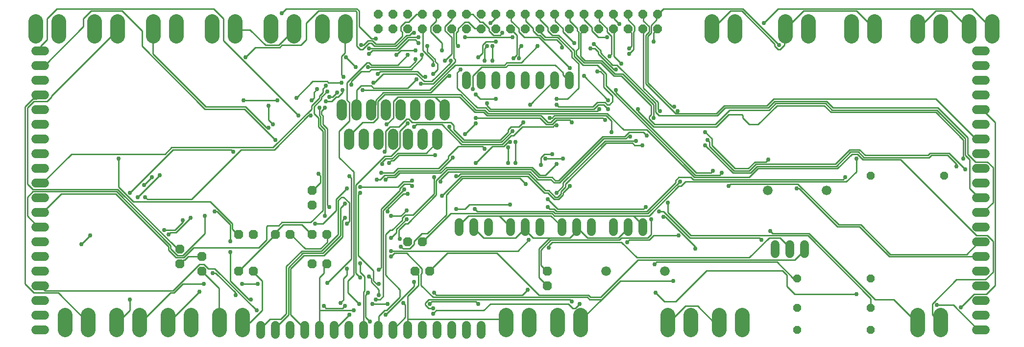
<source format=gbr>
G04 EAGLE Gerber X2 export*
%TF.Part,Single*%
%TF.FileFunction,Copper,L2,Bot,Mixed*%
%TF.FilePolarity,Positive*%
%TF.GenerationSoftware,Autodesk,EAGLE,8.7.0*%
%TF.CreationDate,2018-03-25T19:01:44Z*%
G75*
%MOMM*%
%FSLAX34Y34*%
%LPD*%
%AMOC8*
5,1,8,0,0,1.08239X$1,22.5*%
G01*
%ADD10P,1.732040X8X22.500000*%
%ADD11P,1.732040X8X112.500000*%
%ADD12P,1.732040X8X202.500000*%
%ADD13P,1.732040X8X292.500000*%
%ADD14C,1.676400*%
%ADD15C,2.514600*%
%ADD16C,1.524000*%
%ADD17P,1.632244X8X22.500000*%
%ADD18P,1.429621X8X22.500000*%
%ADD19C,1.800000*%
%ADD20C,0.228600*%
%ADD21C,0.756400*%


D10*
X406400Y190500D03*
X431800Y190500D03*
D11*
X215900Y127000D03*
X215900Y152400D03*
D10*
X406400Y139700D03*
X431800Y139700D03*
X342900Y190500D03*
X368300Y190500D03*
X279400Y190500D03*
X304800Y190500D03*
X279400Y127000D03*
X304800Y127000D03*
D12*
X596900Y177800D03*
X571500Y177800D03*
D13*
X177800Y165100D03*
X177800Y139700D03*
X812800Y127000D03*
X812800Y101600D03*
D12*
X609600Y127000D03*
X584200Y127000D03*
D14*
X1016000Y127000D03*
X914400Y127000D03*
X1295400Y266700D03*
X1193800Y266700D03*
D15*
X1339088Y533527D02*
X1339088Y558673D01*
X1378712Y558673D02*
X1378712Y533527D01*
X1150112Y50673D02*
X1150112Y25527D01*
X1110488Y25527D02*
X1110488Y50673D01*
D16*
X495300Y33020D02*
X495300Y17780D01*
X469900Y17780D02*
X469900Y33020D01*
X444500Y33020D02*
X444500Y17780D01*
X419100Y17780D02*
X419100Y33020D01*
X393700Y33020D02*
X393700Y17780D01*
X368300Y17780D02*
X368300Y33020D01*
X342900Y33020D02*
X342900Y17780D01*
X317500Y17780D02*
X317500Y33020D01*
X1554480Y25400D02*
X1569720Y25400D01*
X1569720Y50800D02*
X1554480Y50800D01*
X1554480Y76200D02*
X1569720Y76200D01*
X1569720Y101600D02*
X1554480Y101600D01*
X1554480Y127000D02*
X1569720Y127000D01*
X1569720Y152400D02*
X1554480Y152400D01*
X1554480Y177800D02*
X1569720Y177800D01*
X1569720Y203200D02*
X1554480Y203200D01*
X1554480Y228600D02*
X1569720Y228600D01*
X1569720Y254000D02*
X1554480Y254000D01*
X1554480Y279400D02*
X1569720Y279400D01*
X1569720Y304800D02*
X1554480Y304800D01*
X-55880Y25400D02*
X-71120Y25400D01*
X-71120Y50800D02*
X-55880Y50800D01*
X-55880Y76200D02*
X-71120Y76200D01*
X-71120Y101600D02*
X-55880Y101600D01*
X-55880Y127000D02*
X-71120Y127000D01*
X-71120Y152400D02*
X-55880Y152400D01*
X-55880Y177800D02*
X-71120Y177800D01*
X-71120Y203200D02*
X-55880Y203200D01*
X-55880Y228600D02*
X-71120Y228600D01*
X-71120Y254000D02*
X-55880Y254000D01*
X-55880Y279400D02*
X-71120Y279400D01*
X-71120Y304800D02*
X-55880Y304800D01*
X-55880Y508000D02*
X-71120Y508000D01*
X-71120Y482600D02*
X-55880Y482600D01*
X-55880Y457200D02*
X-71120Y457200D01*
X-71120Y431800D02*
X-55880Y431800D01*
X-55880Y406400D02*
X-71120Y406400D01*
X-71120Y381000D02*
X-55880Y381000D01*
X-55880Y355600D02*
X-71120Y355600D01*
X-71120Y330200D02*
X-55880Y330200D01*
X1554480Y330200D02*
X1569720Y330200D01*
X1569720Y355600D02*
X1554480Y355600D01*
X1554480Y381000D02*
X1569720Y381000D01*
X1569720Y406400D02*
X1554480Y406400D01*
X1554480Y431800D02*
X1569720Y431800D01*
X1569720Y457200D02*
X1554480Y457200D01*
X1554480Y482600D02*
X1569720Y482600D01*
X1569720Y508000D02*
X1554480Y508000D01*
D15*
X1061212Y50673D02*
X1061212Y25527D01*
X1021588Y25527D02*
X1021588Y50673D01*
D16*
X673100Y449580D02*
X673100Y464820D01*
X698500Y464820D02*
X698500Y449580D01*
X723900Y449580D02*
X723900Y464820D01*
X749300Y464820D02*
X749300Y449580D01*
X774700Y449580D02*
X774700Y464820D01*
X800100Y464820D02*
X800100Y449580D01*
X825500Y449580D02*
X825500Y464820D01*
X850900Y464820D02*
X850900Y449580D01*
D17*
X520700Y546100D03*
X520700Y571500D03*
X546100Y546100D03*
X546100Y571500D03*
X571500Y546100D03*
X571500Y571500D03*
X596900Y546100D03*
X596900Y571500D03*
X622300Y546100D03*
X622300Y571500D03*
X647700Y546100D03*
X647700Y571500D03*
X673100Y546100D03*
X673100Y571500D03*
X698500Y546100D03*
X698500Y571500D03*
X723900Y546100D03*
X723900Y571500D03*
X749300Y546100D03*
X749300Y571500D03*
X774700Y546100D03*
X774700Y571500D03*
X800100Y546100D03*
X800100Y571500D03*
X825500Y546100D03*
X825500Y571500D03*
X850900Y546100D03*
X850900Y571500D03*
X876300Y546100D03*
X876300Y571500D03*
X901700Y546100D03*
X901700Y571500D03*
X927100Y546100D03*
X927100Y571500D03*
X952500Y546100D03*
X952500Y571500D03*
X977900Y546100D03*
X977900Y571500D03*
X1003300Y546100D03*
X1003300Y571500D03*
D16*
X520700Y33020D02*
X520700Y17780D01*
X546100Y17780D02*
X546100Y33020D01*
X571500Y33020D02*
X571500Y17780D01*
X596900Y17780D02*
X596900Y33020D01*
X622300Y33020D02*
X622300Y17780D01*
X647700Y17780D02*
X647700Y33020D01*
X673100Y33020D02*
X673100Y17780D01*
X698500Y17780D02*
X698500Y33020D01*
D18*
X1371600Y292100D03*
X1498600Y292100D03*
X1244600Y114300D03*
X1371600Y114300D03*
D16*
X660400Y195580D02*
X660400Y210820D01*
X685800Y210820D02*
X685800Y195580D01*
X711200Y195580D02*
X711200Y210820D01*
X927100Y210820D02*
X927100Y195580D01*
X952500Y195580D02*
X952500Y210820D01*
X977900Y210820D02*
X977900Y195580D01*
X838200Y195580D02*
X838200Y210820D01*
X863600Y210820D02*
X863600Y195580D01*
X889000Y195580D02*
X889000Y210820D01*
X749300Y210820D02*
X749300Y195580D01*
X774700Y195580D02*
X774700Y210820D01*
X800100Y210820D02*
X800100Y195580D01*
X1206500Y172720D02*
X1206500Y157480D01*
X1231900Y157480D02*
X1231900Y172720D01*
X1257300Y172720D02*
X1257300Y157480D01*
D15*
X1581912Y533527D02*
X1581912Y558673D01*
X1542288Y558673D02*
X1542288Y533527D01*
X70612Y533527D02*
X70612Y558673D01*
X30988Y558673D02*
X30988Y533527D01*
X1493012Y533527D02*
X1493012Y558673D01*
X1453388Y558673D02*
X1453388Y533527D01*
X-30988Y533527D02*
X-30988Y558673D01*
X-70612Y558673D02*
X-70612Y533527D01*
X132588Y533527D02*
X132588Y558673D01*
X172212Y558673D02*
X172212Y533527D01*
X464312Y533527D02*
X464312Y558673D01*
X424688Y558673D02*
X424688Y533527D01*
X781812Y50673D02*
X781812Y25527D01*
X742188Y25527D02*
X742188Y50673D01*
X1137412Y533527D02*
X1137412Y558673D01*
X1097788Y558673D02*
X1097788Y533527D01*
X1264412Y533527D02*
X1264412Y558673D01*
X1224788Y558673D02*
X1224788Y533527D01*
X870712Y50673D02*
X870712Y25527D01*
X831088Y25527D02*
X831088Y50673D01*
X375412Y533527D02*
X375412Y558673D01*
X335788Y558673D02*
X335788Y533527D01*
X273812Y533527D02*
X273812Y558673D01*
X234188Y558673D02*
X234188Y533527D01*
D19*
X546100Y364600D02*
X546100Y346600D01*
X533400Y397400D02*
X533400Y415400D01*
X520700Y364600D02*
X520700Y346600D01*
X508000Y397400D02*
X508000Y415400D01*
X495300Y364600D02*
X495300Y346600D01*
X482600Y397400D02*
X482600Y415400D01*
X558800Y415400D02*
X558800Y397400D01*
X571500Y364600D02*
X571500Y346600D01*
X584200Y397400D02*
X584200Y415400D01*
X596900Y364600D02*
X596900Y346600D01*
X609600Y397400D02*
X609600Y415400D01*
X469900Y364600D02*
X469900Y346600D01*
X457200Y397400D02*
X457200Y415400D01*
X622300Y364600D02*
X622300Y346600D01*
X635000Y397400D02*
X635000Y415400D01*
D18*
X1244600Y63500D03*
X1371600Y63500D03*
X1244600Y25400D03*
X1371600Y25400D03*
D15*
X108712Y25527D02*
X108712Y50673D01*
X69088Y50673D02*
X69088Y25527D01*
X1453388Y25527D02*
X1453388Y50673D01*
X1493012Y50673D02*
X1493012Y25527D01*
D13*
X406400Y266700D03*
X406400Y241300D03*
D15*
X19812Y50673D02*
X19812Y25527D01*
X-19812Y25527D02*
X-19812Y50673D01*
X197612Y50673D02*
X197612Y25527D01*
X157988Y25527D02*
X157988Y50673D01*
X286512Y50673D02*
X286512Y25527D01*
X246888Y25527D02*
X246888Y50673D01*
D20*
X546735Y26670D02*
X567690Y47625D01*
X567690Y68580D01*
X563880Y72390D01*
X617220Y89535D02*
X621030Y85725D01*
X769620Y85725D01*
X779145Y95250D01*
X546735Y26670D02*
X546100Y25400D01*
X992505Y190500D02*
X992505Y217170D01*
X992505Y190500D02*
X986790Y184785D01*
X941070Y184785D01*
X937260Y180975D01*
X819150Y180975D01*
X802005Y163830D01*
X802005Y137160D01*
X811530Y127635D01*
X812800Y127000D01*
X462915Y504825D02*
X462915Y544830D01*
X462915Y504825D02*
X457200Y499110D01*
X457200Y466725D01*
X461010Y462915D01*
X428625Y409575D02*
X422910Y403860D01*
X422910Y398145D01*
X424815Y396240D01*
X424815Y381000D01*
X432435Y373380D01*
X432435Y241935D01*
X436245Y238125D01*
X466725Y131445D02*
X466725Y120015D01*
X461010Y114300D01*
X461010Y78105D01*
X455295Y72390D01*
X462915Y544830D02*
X464312Y546100D01*
D21*
X563880Y72390D03*
X617220Y89535D03*
X779145Y95250D03*
X992505Y217170D03*
X461010Y462915D03*
X428625Y409575D03*
X436245Y238125D03*
X466725Y131445D03*
X455295Y72390D03*
D20*
X1101090Y38100D02*
X1110488Y38100D01*
X1101090Y38100D02*
X1072515Y66675D01*
X1051560Y66675D01*
X1022985Y38100D01*
X1021588Y38100D01*
X598170Y508635D02*
X598170Y544830D01*
X598170Y508635D02*
X615315Y491490D01*
X615315Y483870D01*
X689610Y432435D02*
X697230Y424815D01*
X723900Y424815D01*
X744855Y350520D02*
X748665Y350520D01*
X744855Y350520D02*
X737235Y342900D01*
X718185Y342900D01*
X689610Y314325D01*
X617220Y289560D02*
X617220Y260985D01*
X581025Y224790D01*
X567690Y224790D01*
X561975Y219075D01*
X561975Y215265D01*
X544830Y198120D01*
X541020Y198120D01*
X533400Y190500D01*
X533400Y120015D01*
X558165Y95250D01*
X558165Y81915D01*
X535305Y59055D01*
X531495Y59055D01*
X521970Y49530D01*
X521970Y26670D01*
X598170Y544830D02*
X596900Y546100D01*
X521970Y26670D02*
X520700Y25400D01*
D21*
X615315Y483870D03*
X689610Y432435D03*
X723900Y424815D03*
X748665Y350520D03*
X689610Y314325D03*
X617220Y289560D03*
D20*
X596900Y571500D02*
X586740Y571500D01*
X573405Y558165D01*
X567690Y558165D01*
X560070Y550545D01*
X560070Y542925D01*
X561975Y541020D01*
X561975Y533400D01*
X548640Y520065D01*
X516255Y520065D01*
X510540Y525780D01*
X502920Y525780D01*
X495300Y518160D01*
X491490Y518160D01*
X415290Y441960D02*
X409575Y436245D01*
X409575Y426720D01*
X405765Y422910D01*
X419100Y409575D02*
X419100Y396240D01*
X421005Y394335D01*
X421005Y379095D01*
X428625Y371475D01*
X428625Y222885D01*
X489585Y140970D02*
X489585Y125730D01*
X497205Y118110D01*
X497205Y93345D01*
X495300Y91440D01*
X495300Y25400D01*
D21*
X491490Y518160D03*
X415290Y441960D03*
X405765Y422910D03*
X419100Y409575D03*
X428625Y222885D03*
X489585Y140970D03*
D20*
X621030Y560070D02*
X621030Y571500D01*
X621030Y560070D02*
X611505Y550545D01*
X611505Y541020D01*
X630555Y521970D01*
X630555Y508635D01*
X807720Y329565D02*
X821055Y329565D01*
X807720Y329565D02*
X802005Y323850D01*
X802005Y310515D01*
X775335Y278130D02*
X765810Y287655D01*
X666750Y287655D01*
X638175Y259080D01*
X638175Y224790D01*
X605790Y192405D01*
X596265Y192405D01*
X582930Y179070D01*
X582930Y173355D01*
X575310Y165735D01*
X563880Y165735D01*
X560070Y169545D01*
X502920Y89535D02*
X499110Y85725D01*
X499110Y47625D01*
X506730Y40005D01*
X621030Y571500D02*
X622300Y571500D01*
D21*
X630555Y508635D03*
X821055Y329565D03*
X802005Y310515D03*
X775335Y278130D03*
X560070Y169545D03*
X502920Y89535D03*
X506730Y40005D03*
D20*
X-62865Y508635D02*
X-62865Y516255D01*
X-51435Y527685D01*
X-51435Y563880D01*
X-34290Y581025D01*
X236220Y581025D01*
X253365Y563880D01*
X253365Y525780D01*
X382905Y396240D01*
X-62865Y508635D02*
X-63500Y508000D01*
X1003935Y571500D02*
X1013460Y581025D01*
X1150620Y581025D01*
X1213485Y518160D01*
X1003935Y571500D02*
X1003300Y571500D01*
X558165Y182880D02*
X556260Y184785D01*
X556260Y198120D01*
X567690Y209550D01*
X571500Y209550D01*
X621030Y259080D01*
X621030Y283845D01*
X640080Y302895D01*
X784860Y302895D01*
X798195Y289560D01*
X821055Y289560D01*
X826770Y283845D01*
X832485Y283845D01*
X908685Y360045D01*
X946785Y360045D01*
X954405Y367665D01*
X979170Y367665D01*
X984885Y361950D01*
X1028700Y411480D02*
X1032510Y411480D01*
X1028700Y411480D02*
X986790Y453390D01*
X986790Y533400D01*
X992505Y539115D01*
X992505Y552450D01*
X1002030Y561975D01*
X1002030Y571500D01*
X1003300Y571500D01*
D21*
X382905Y396240D03*
X1213485Y518160D03*
X558165Y182880D03*
X984885Y361950D03*
X1032510Y411480D03*
D20*
X470535Y51435D02*
X444500Y25400D01*
X533400Y51435D02*
X582930Y100965D01*
X582930Y108585D01*
X670560Y363855D02*
X689610Y382905D01*
X1240155Y146685D02*
X1257300Y163830D01*
X1240155Y146685D02*
X969645Y146685D01*
X904875Y81915D01*
X887730Y81915D01*
X883920Y85725D01*
X798195Y85725D01*
X725805Y158115D01*
X640080Y158115D01*
X609600Y127635D01*
X1257300Y163830D02*
X1257300Y165100D01*
X609600Y127635D02*
X609600Y127000D01*
D21*
X470535Y51435D03*
X533400Y51435D03*
X582930Y108585D03*
X689610Y382905D03*
X670560Y363855D03*
D20*
X72390Y321945D02*
X72390Y272415D01*
X97155Y247650D01*
X230505Y247650D01*
X268605Y209550D01*
X268605Y200025D01*
X278130Y190500D01*
X279400Y190500D01*
X813435Y238125D02*
X817245Y234315D01*
X824865Y234315D01*
X828675Y230505D01*
X984885Y230505D01*
X1034415Y280035D01*
X1034415Y283845D01*
X1040130Y289560D01*
X1061085Y289560D01*
X1064895Y285750D01*
X1323975Y285750D01*
X1327785Y289560D01*
X762000Y161925D02*
X542925Y161925D01*
X762000Y161925D02*
X781050Y180975D01*
D21*
X72390Y321945D03*
X813435Y238125D03*
X1327785Y289560D03*
X542925Y161925D03*
X781050Y180975D03*
D20*
X-55245Y483870D02*
X-62865Y483870D01*
X-55245Y483870D02*
X11430Y550545D01*
X11430Y563880D01*
X24765Y577215D01*
X78105Y577215D01*
X112395Y542925D01*
X112395Y516255D01*
X220980Y407670D01*
X289560Y407670D01*
X342900Y354330D01*
X-62865Y483870D02*
X-63500Y482600D01*
X979170Y560070D02*
X979170Y571500D01*
X979170Y560070D02*
X988695Y550545D01*
X988695Y541020D01*
X982980Y535305D01*
X982980Y451485D01*
X1034415Y400050D01*
X1038225Y400050D02*
X1104900Y400050D01*
X1038225Y400050D02*
X1034415Y400050D01*
X1104900Y400050D02*
X1118235Y413385D01*
X1192530Y413385D01*
X1203960Y424815D01*
X1483995Y424815D01*
X1552575Y356235D01*
X1562100Y356235D01*
X979170Y571500D02*
X977900Y571500D01*
X1562100Y356235D02*
X1562100Y355600D01*
X542925Y318135D02*
X539115Y314325D01*
X542925Y318135D02*
X546735Y318135D01*
X556260Y327660D01*
X619125Y327660D01*
X655320Y291465D02*
X659130Y291465D01*
X662940Y295275D01*
X781050Y295275D01*
X809625Y266700D01*
X815340Y266700D01*
X826770Y255270D01*
X830580Y255270D01*
X836295Y260985D01*
X836295Y264795D01*
X843915Y272415D01*
X843915Y278130D01*
X914400Y348615D01*
X960120Y348615D01*
X963930Y344805D01*
X977265Y344805D01*
X1038225Y400050D02*
X1038225Y403860D01*
D21*
X342900Y354330D03*
X539115Y314325D03*
X619125Y327660D03*
X655320Y291465D03*
X977265Y344805D03*
X1038225Y403860D03*
D20*
X952500Y561975D02*
X952500Y571500D01*
X952500Y561975D02*
X963930Y550545D01*
X963930Y542925D01*
X962025Y541020D01*
X962025Y510540D01*
X954405Y502920D01*
X851535Y388620D02*
X855345Y384810D01*
X851535Y388620D02*
X828675Y388620D01*
X821055Y381000D01*
X811530Y381000D01*
X800100Y392430D01*
X689610Y392430D01*
D21*
X954405Y502920D03*
X855345Y384810D03*
X689610Y392430D03*
D20*
X704850Y512445D02*
X708660Y516255D01*
X704850Y512445D02*
X704850Y491490D01*
D21*
X708660Y516255D03*
X704850Y491490D03*
D20*
X876300Y561975D02*
X876300Y571500D01*
X876300Y561975D02*
X889635Y548640D01*
X889635Y542925D01*
X901065Y531495D01*
X916305Y531495D01*
X1089660Y354330D02*
X1093470Y350520D01*
X1093470Y342900D01*
X1135380Y300990D01*
X1162050Y300990D01*
X1173480Y312420D01*
X1310640Y312420D01*
X1335405Y337185D01*
X1352550Y337185D01*
X1362075Y327660D01*
X1470660Y327660D01*
X1474470Y331470D01*
X1506855Y331470D01*
X1535430Y302895D01*
D21*
X916305Y531495D03*
X1089660Y354330D03*
X1535430Y302895D03*
D20*
X851535Y560070D02*
X851535Y571500D01*
X851535Y560070D02*
X864870Y546735D01*
X864870Y542925D01*
X866775Y541020D01*
X866775Y512445D01*
X862965Y508635D01*
X862965Y501015D01*
X876300Y487680D01*
X904875Y487680D01*
X927735Y464820D01*
X941070Y464820D01*
X992505Y413385D01*
X992505Y398145D01*
X988695Y394335D01*
X988695Y390525D01*
X998220Y381000D01*
X1102995Y381000D01*
X1127760Y405765D01*
X1196340Y405765D01*
X1207770Y417195D01*
X1293495Y417195D01*
X1304925Y405765D01*
X1485900Y405765D01*
X1535430Y356235D01*
X1535430Y327660D01*
X1543050Y320040D01*
X1543050Y270510D01*
X1558290Y255270D01*
X1562100Y255270D01*
X851535Y571500D02*
X850900Y571500D01*
X1562100Y255270D02*
X1562100Y254000D01*
X826770Y560070D02*
X826770Y571500D01*
X826770Y560070D02*
X840105Y546735D01*
X840105Y541020D01*
X859155Y521970D01*
X893445Y520065D02*
X904875Y508635D01*
X904875Y504825D01*
X925830Y483870D01*
X933450Y483870D01*
X1000125Y417195D01*
X1000125Y401955D01*
X1005840Y396240D01*
X1106805Y396240D01*
X1120140Y409575D01*
X1194435Y409575D01*
X1205865Y421005D01*
X1295400Y421005D01*
X1306830Y409575D01*
X1487805Y409575D01*
X1539240Y358140D01*
X1539240Y329565D01*
X1552575Y316230D01*
X1573530Y316230D01*
X1583055Y306705D01*
X1583055Y245745D01*
X1565910Y228600D01*
X1562100Y228600D01*
X826770Y571500D02*
X825500Y571500D01*
D21*
X859155Y521970D03*
X893445Y520065D03*
D20*
X800100Y561975D02*
X800100Y571500D01*
X800100Y561975D02*
X813435Y548640D01*
X813435Y542925D01*
X821055Y535305D01*
X832485Y535305D01*
X859155Y508635D01*
X859155Y499110D01*
X874395Y483870D01*
X899160Y483870D01*
X914400Y468630D01*
X914400Y447675D01*
X1068705Y293370D01*
X1110615Y293370D01*
X1114425Y297180D01*
D21*
X1114425Y297180D03*
D20*
X775335Y560070D02*
X775335Y571500D01*
X775335Y560070D02*
X788670Y546735D01*
X788670Y542925D01*
X796290Y535305D01*
X800100Y535305D01*
X807720Y527685D01*
X828675Y527685D01*
X838200Y518160D01*
X838200Y514350D01*
X887730Y512445D02*
X895350Y512445D01*
X901065Y506730D01*
X901065Y502920D01*
X927735Y476250D01*
X931545Y476250D01*
X931545Y440055D02*
X931545Y436245D01*
X1070610Y297180D01*
X1095375Y297180D01*
X1099185Y300990D01*
X1125855Y274320D02*
X1129665Y278130D01*
X1245870Y278130D01*
X1316355Y207645D01*
X1354455Y207645D01*
X1405890Y156210D01*
X1537335Y156210D01*
X1558290Y177165D01*
X1562100Y177165D01*
X775335Y571500D02*
X774700Y571500D01*
X1562100Y177800D02*
X1562100Y177165D01*
D21*
X838200Y514350D03*
X887730Y512445D03*
X931545Y476250D03*
X931545Y440055D03*
X1099185Y300990D03*
X1125855Y274320D03*
D20*
X750570Y560070D02*
X750570Y571500D01*
X750570Y560070D02*
X763905Y546735D01*
X763905Y541020D01*
X773430Y531495D01*
X798195Y531495D01*
X851535Y478155D01*
X876300Y464820D02*
X918210Y422910D01*
X1085850Y367665D02*
X1097280Y356235D01*
X1097280Y344805D01*
X1137285Y304800D01*
X1160145Y304800D01*
X1171575Y316230D01*
X1190625Y316230D01*
X1194435Y320040D01*
X1243965Y270510D02*
X1247775Y270510D01*
X1314450Y203835D01*
X1352550Y203835D01*
X1403985Y152400D01*
X1562100Y152400D01*
X750570Y571500D02*
X749300Y571500D01*
D21*
X851535Y478155D03*
X876300Y464820D03*
X918210Y422910D03*
X1085850Y367665D03*
X1194435Y320040D03*
X1243965Y270510D03*
D20*
X723900Y565785D02*
X723900Y571500D01*
X723900Y565785D02*
X714375Y556260D01*
X718185Y516255D02*
X718185Y491490D01*
X708660Y417195D02*
X708660Y413385D01*
X714375Y407670D01*
X893445Y407670D01*
X901065Y415290D01*
X910590Y415290D01*
X918210Y407670D01*
X969645Y407670D02*
X969645Y403860D01*
X996315Y377190D01*
X1104900Y377190D01*
X1125855Y398145D01*
X1148715Y398145D01*
X1150620Y396240D01*
X1150620Y392430D01*
X1162050Y381000D01*
X1177290Y381000D01*
X1209675Y413385D01*
X1291590Y413385D01*
X1303020Y401955D01*
X1483995Y401955D01*
X1531620Y354330D01*
X1531620Y321945D01*
D21*
X714375Y556260D03*
X718185Y516255D03*
X718185Y491490D03*
X708660Y417195D03*
X918210Y407670D03*
X969645Y407670D03*
X1531620Y321945D03*
D20*
X683895Y571500D02*
X673100Y571500D01*
X683895Y571500D02*
X697230Y558165D01*
X701040Y558165D01*
X712470Y546735D01*
X712470Y542925D01*
X720090Y535305D01*
X731520Y535305D01*
X735330Y539115D01*
X763905Y512445D02*
X767715Y516255D01*
X763905Y512445D02*
X763905Y495300D01*
X817245Y392430D02*
X821055Y392430D01*
X824865Y396240D01*
X914400Y396240D01*
X923925Y386715D01*
X923925Y367665D01*
X1013460Y220980D02*
X1017270Y220980D01*
X1068705Y169545D01*
X1068705Y165735D01*
D21*
X735330Y539115D03*
X767715Y516255D03*
X763905Y495300D03*
X817245Y392430D03*
X923925Y367665D03*
X1013460Y220980D03*
X1068705Y165735D03*
D20*
X647700Y561975D02*
X647700Y571500D01*
X647700Y561975D02*
X636270Y550545D01*
X636270Y542925D01*
X647700Y531495D01*
X647700Y502920D01*
X636270Y491490D01*
X657225Y470535D02*
X662940Y476250D01*
X657225Y470535D02*
X657225Y443865D01*
X691515Y409575D01*
X706755Y409575D01*
X712470Y403860D01*
X899160Y403860D01*
X902970Y407670D01*
D21*
X636270Y491490D03*
X662940Y476250D03*
X902970Y407670D03*
D20*
X571500Y501015D02*
X554355Y483870D01*
X508635Y483870D01*
X504825Y487680D01*
X501015Y487680D01*
X466725Y453390D01*
X466725Y422910D01*
X470535Y419100D01*
X470535Y386715D01*
X453390Y369570D01*
X453390Y323850D01*
X478155Y299085D01*
X478155Y120015D01*
X468630Y110490D01*
X468630Y89535D01*
X487680Y70485D01*
X510540Y70485D02*
X537210Y70485D01*
X615315Y53340D02*
X621030Y59055D01*
X702945Y59055D01*
X714375Y70485D01*
X849630Y70485D01*
X857250Y62865D01*
X861060Y62865D01*
X868680Y70485D01*
X1000125Y89535D02*
X1015365Y74295D01*
X1034415Y74295D01*
X1087755Y127635D01*
X1219200Y127635D01*
X1226820Y120015D01*
X1226820Y100965D01*
X1240155Y87630D01*
X1346835Y87630D01*
X1485900Y68580D02*
X1514475Y68580D01*
X1556385Y26670D01*
X1562100Y26670D01*
X1562100Y25400D01*
D21*
X571500Y501015D03*
X487680Y70485D03*
X510540Y70485D03*
X537210Y70485D03*
X615315Y53340D03*
X868680Y70485D03*
X1000125Y89535D03*
X1346835Y87630D03*
X1485900Y68580D03*
D20*
X927735Y563880D02*
X927735Y571500D01*
X927735Y563880D02*
X937260Y554355D01*
X1085850Y344805D02*
X1133475Y297180D01*
X1163955Y297180D01*
X1175385Y308610D01*
X1312545Y308610D01*
X1337310Y333375D01*
X1350645Y333375D01*
X1360170Y323850D01*
X1472565Y323850D01*
X1476375Y327660D01*
X1504950Y327660D01*
X1520190Y312420D01*
X1520190Y308610D01*
X927735Y571500D02*
X927100Y571500D01*
D21*
X937260Y554355D03*
X1085850Y344805D03*
X1520190Y308610D03*
D20*
X590550Y531495D02*
X571500Y531495D01*
X552450Y512445D01*
X504825Y512445D01*
X430530Y447675D02*
X424815Y441960D01*
X424815Y436245D01*
X419100Y430530D01*
X419100Y426720D01*
X405765Y413385D01*
X405765Y407670D01*
X339090Y340995D01*
X163830Y340995D01*
X152400Y329565D01*
X-9525Y329565D01*
X-59055Y280035D01*
X-62865Y280035D01*
X-63500Y279400D01*
D21*
X590550Y531495D03*
X504825Y512445D03*
X430530Y447675D03*
D20*
X647700Y544830D02*
X651510Y541020D01*
X651510Y495300D01*
X653415Y493395D01*
X653415Y489585D01*
X615315Y451485D01*
X594360Y451485D01*
X571500Y382905D02*
X558165Y369570D01*
X558165Y340995D01*
X542925Y325755D01*
X531495Y325755D01*
X481965Y276225D01*
X481965Y123825D01*
X489585Y116205D01*
X647700Y544830D02*
X647700Y546100D01*
D21*
X594360Y451485D03*
X571500Y382905D03*
X489585Y116205D03*
D20*
X590550Y521970D02*
X584835Y527685D01*
X573405Y527685D01*
X554355Y508635D01*
X510540Y508635D01*
X504825Y502920D01*
X432435Y438150D02*
X422910Y428625D01*
X422910Y424815D01*
X409575Y411480D01*
X409575Y400050D01*
X417195Y392430D01*
X417195Y377190D01*
X424815Y369570D01*
X424815Y232410D01*
X403860Y211455D01*
X354330Y211455D01*
X348615Y205740D01*
X329565Y205740D01*
X327660Y203835D01*
X327660Y180975D01*
X314325Y167640D01*
X201930Y167640D01*
X184785Y150495D01*
X171450Y150495D01*
X158115Y163830D01*
X158115Y169545D01*
X66675Y260985D01*
X-26670Y260985D01*
X-59055Y228600D01*
X-63500Y228600D01*
D21*
X590550Y521970D03*
X504825Y502920D03*
X432435Y438150D03*
D20*
X687705Y546735D02*
X697230Y546735D01*
X687705Y546735D02*
X676275Y558165D01*
X670560Y558165D01*
X659130Y546735D01*
X659130Y542925D01*
X655320Y539115D01*
X655320Y520065D01*
X659130Y516255D01*
X596265Y501015D02*
X596265Y495300D01*
X577215Y476250D01*
X508635Y476250D01*
X504825Y472440D01*
X491490Y472440D01*
X474345Y455295D01*
X474345Y449580D01*
X459105Y440055D02*
X459105Y436245D01*
X451485Y428625D01*
X447675Y428625D01*
X440055Y421005D01*
X430530Y421005D01*
X220980Y222885D02*
X220980Y192405D01*
X182880Y154305D01*
X173355Y154305D01*
X161925Y165735D01*
X161925Y171450D01*
X68580Y264795D01*
X-76200Y264795D01*
X-85725Y255270D01*
X-85725Y222885D01*
X-64770Y201930D01*
X697230Y546735D02*
X698500Y546100D01*
X-63500Y203200D02*
X-64770Y201930D01*
D21*
X659130Y516255D03*
X596265Y501015D03*
X474345Y449580D03*
X459105Y440055D03*
X430530Y421005D03*
X220980Y222885D03*
D20*
X706755Y523875D02*
X723900Y523875D01*
X706755Y523875D02*
X701040Y518160D01*
X701040Y504825D01*
X693420Y497205D01*
X645795Y491490D02*
X645795Y487680D01*
X613410Y455295D01*
X600075Y455295D01*
X586740Y468630D01*
X529590Y468630D01*
X514350Y453390D01*
X512445Y453390D01*
X449580Y436245D02*
X441960Y428625D01*
X436245Y428625D01*
X270510Y333375D02*
X266700Y337185D01*
X165735Y337185D01*
X91440Y262890D01*
D21*
X723900Y523875D03*
X693420Y497205D03*
X645795Y491490D03*
X512445Y453390D03*
X449580Y436245D03*
X436245Y428625D03*
X270510Y333375D03*
X91440Y262890D03*
D20*
X749300Y546100D02*
X760095Y535305D01*
X760095Y501015D01*
X754380Y495300D01*
X701040Y342900D02*
X704850Y339090D01*
X701040Y342900D02*
X659130Y342900D01*
X641985Y325755D01*
X641985Y321945D01*
X624840Y304800D01*
X554355Y304800D01*
X546735Y297180D01*
X525780Y297180D01*
X196215Y219075D02*
X171450Y194310D01*
X161925Y194310D01*
X158115Y190500D01*
D21*
X754380Y495300D03*
X704850Y339090D03*
X525780Y297180D03*
X196215Y219075D03*
X158115Y190500D03*
D20*
X670560Y531495D02*
X752475Y531495D01*
X582930Y539115D02*
X579120Y539115D01*
X575310Y535305D01*
X569595Y535305D01*
X550545Y516255D01*
X514350Y516255D01*
X508635Y521970D01*
X504825Y521970D01*
X493395Y510540D01*
X489585Y510540D01*
X483870Y516255D01*
X483870Y575310D01*
X481965Y577215D01*
X417195Y577215D01*
X396240Y556260D01*
X396240Y527685D01*
X386715Y518160D01*
X354330Y518160D01*
X350520Y514350D01*
X308610Y514350D01*
X291465Y497205D01*
X142875Y293370D02*
X104775Y255270D01*
D21*
X752475Y531495D03*
X670560Y531495D03*
X582930Y539115D03*
X291465Y497205D03*
X142875Y293370D03*
X104775Y255270D03*
D20*
X800100Y541020D02*
X800100Y546100D01*
X800100Y541020D02*
X809625Y531495D01*
X830580Y531495D01*
X855345Y506730D01*
X855345Y497205D01*
X866775Y485775D01*
X866775Y443865D01*
X847725Y424815D01*
X828675Y424815D01*
X771525Y384810D02*
X763905Y377190D01*
X750570Y377190D01*
X744855Y371475D01*
X744855Y367665D01*
X731520Y354330D01*
X668655Y354330D01*
X651510Y371475D01*
X651510Y379095D01*
X645795Y384810D01*
X579120Y384810D01*
X573405Y390525D01*
X569595Y390525D01*
X556260Y377190D01*
X541020Y377190D01*
X533400Y369570D01*
X533400Y335280D01*
X531495Y333375D01*
X310515Y59055D02*
X238125Y131445D01*
X226695Y131445D01*
X219075Y139065D01*
X211455Y139065D01*
X165735Y93345D01*
X-55245Y93345D01*
X-63500Y101600D01*
D21*
X828675Y424815D03*
X771525Y384810D03*
X531495Y333375D03*
X310515Y59055D03*
D20*
X767715Y487680D02*
X796290Y516255D01*
X767715Y487680D02*
X742950Y487680D01*
X739140Y483870D01*
X653415Y483870D01*
X609600Y440055D01*
X493395Y440055D01*
X457200Y453390D02*
X434340Y453390D01*
X432435Y455295D01*
X407670Y455295D01*
X379095Y426720D01*
D21*
X796290Y516255D03*
X493395Y440055D03*
X457200Y453390D03*
X379095Y426720D03*
D20*
X584835Y489585D02*
X584835Y493395D01*
X584835Y489585D02*
X575310Y480060D01*
X502920Y480060D01*
X481965Y480060D02*
X464820Y497205D01*
X346710Y422910D02*
X287655Y422910D01*
D21*
X584835Y493395D03*
X502920Y480060D03*
X481965Y480060D03*
X464820Y497205D03*
X346710Y422910D03*
X287655Y422910D03*
D20*
X870585Y539115D02*
X876300Y544830D01*
X870585Y539115D02*
X870585Y499110D01*
X878205Y491490D01*
X906780Y491490D01*
X929640Y468630D01*
X942975Y468630D01*
X996315Y415290D01*
X996315Y392430D01*
X956310Y360045D02*
X952500Y360045D01*
X948690Y356235D01*
X910590Y356235D01*
X834390Y280035D01*
X824865Y280035D01*
X819150Y285750D01*
X796290Y285750D01*
X782955Y299085D01*
X641985Y299085D01*
X628650Y285750D01*
X628650Y281940D01*
X579120Y283845D02*
X577215Y281940D01*
X563880Y281940D01*
X554355Y272415D01*
X489585Y272415D01*
X466725Y270510D02*
X447675Y251460D01*
X447675Y232410D01*
X424815Y209550D01*
X411480Y209550D01*
X182880Y211455D02*
X182880Y215265D01*
X182880Y211455D02*
X169545Y198120D01*
X150495Y198120D01*
X22860Y188595D02*
X7620Y173355D01*
X876300Y544830D02*
X876300Y546100D01*
D21*
X996315Y392430D03*
X956310Y360045D03*
X628650Y281940D03*
X579120Y283845D03*
X489585Y272415D03*
X466725Y270510D03*
X411480Y209550D03*
X182880Y215265D03*
X150495Y198120D03*
X22860Y188595D03*
X7620Y173355D03*
D20*
X996315Y539115D02*
X1003300Y546100D01*
X996315Y539115D02*
X996315Y523875D01*
X828675Y312420D02*
X809625Y293370D01*
X800100Y293370D01*
X786765Y306705D01*
X638175Y306705D01*
X628650Y297180D01*
X558165Y297180D01*
X550545Y289560D01*
X537210Y289560D01*
X533400Y285750D01*
X462915Y219075D02*
X459105Y215265D01*
X459105Y186690D01*
X426720Y154305D01*
X392430Y154305D01*
X369570Y131445D01*
X369570Y51435D01*
X394335Y26670D01*
X393700Y25400D01*
D21*
X996315Y523875D03*
X828675Y312420D03*
X533400Y285750D03*
X462915Y219075D03*
D20*
X979170Y443865D02*
X979170Y544830D01*
X979170Y443865D02*
X1003935Y419100D01*
X1003935Y407670D01*
X1007745Y403860D01*
X965835Y352425D02*
X912495Y352425D01*
X840105Y280035D01*
X840105Y274320D01*
X828675Y262890D01*
X689610Y74295D02*
X693420Y70485D01*
X689610Y74295D02*
X613410Y74295D01*
X609600Y70485D01*
X979170Y544830D02*
X977900Y546100D01*
D21*
X1007745Y403860D03*
X965835Y352425D03*
X828675Y262890D03*
X693420Y70485D03*
X609600Y70485D03*
D20*
X958215Y539115D02*
X952500Y544830D01*
X958215Y539115D02*
X958215Y516255D01*
X954405Y512445D01*
X840105Y321945D02*
X809625Y321945D01*
X649605Y323850D02*
X626745Y300990D01*
X556260Y300990D01*
X548640Y293370D01*
X531495Y293370D01*
X523875Y285750D01*
X518160Y285750D01*
X462915Y243840D02*
X455295Y236220D01*
X455295Y188595D01*
X424815Y158115D01*
X390525Y158115D01*
X365760Y133350D01*
X365760Y51435D01*
X342900Y28575D01*
X342900Y25400D01*
X952500Y544830D02*
X952500Y546100D01*
D21*
X954405Y512445D03*
X840105Y321945D03*
X809625Y321945D03*
X649605Y323850D03*
X518160Y285750D03*
X462915Y243840D03*
D20*
X927735Y499110D02*
X927735Y544830D01*
X927735Y499110D02*
X941070Y485775D01*
X851535Y274320D02*
X840105Y262890D01*
X840105Y259080D01*
X832485Y251460D01*
X824865Y251460D01*
X813435Y262890D01*
X807720Y262890D01*
X779145Y291465D01*
X664845Y291465D01*
X630555Y257175D01*
X571500Y260985D02*
X563880Y260985D01*
X537210Y234315D01*
X537210Y230505D01*
X470535Y213360D02*
X466725Y209550D01*
X470535Y213360D02*
X470535Y245745D01*
X461010Y255270D01*
X457200Y255270D01*
X451485Y249555D01*
X451485Y190500D01*
X422910Y161925D01*
X388620Y161925D01*
X361950Y135255D01*
X361950Y53340D01*
X352425Y43815D01*
X333375Y43815D01*
X316230Y26670D01*
X927735Y544830D02*
X927100Y546100D01*
X317500Y25400D02*
X316230Y26670D01*
D21*
X941070Y485775D03*
X851535Y274320D03*
X630555Y257175D03*
X571500Y260985D03*
X537210Y230505D03*
X466725Y209550D03*
D20*
X575310Y278130D02*
X579120Y274320D01*
X575310Y278130D02*
X565785Y278130D01*
X558165Y270510D01*
X558165Y266700D01*
X525780Y234315D01*
X525780Y133350D01*
X521970Y129540D01*
X70485Y544830D02*
X-43815Y430530D01*
X-43815Y428625D01*
X-51435Y421005D01*
X-74295Y421005D01*
X-85725Y409575D01*
X-85725Y278130D01*
X-76200Y268605D01*
X70485Y268605D01*
X173355Y165735D01*
X177165Y165735D01*
X70485Y544830D02*
X70612Y546100D01*
X177165Y165735D02*
X177800Y165100D01*
X1546860Y581025D02*
X1581150Y546735D01*
X1546860Y581025D02*
X1211580Y581025D01*
X1186815Y556260D01*
X1042035Y281940D02*
X986790Y226695D01*
X826770Y226695D01*
X822960Y230505D01*
X691515Y230505D01*
X687705Y234315D01*
X1581150Y546735D02*
X1581912Y546100D01*
D21*
X579120Y274320D03*
X521970Y129540D03*
X1186815Y556260D03*
X1042035Y281940D03*
X687705Y234315D03*
D20*
X977265Y207645D02*
X977265Y203835D01*
X977265Y207645D02*
X962025Y222885D01*
X824865Y222885D01*
X821055Y226695D01*
X645795Y226695D01*
X596900Y177800D01*
X977265Y203835D02*
X977900Y203200D01*
X361950Y581025D02*
X354330Y573405D01*
X361950Y581025D02*
X483870Y581025D01*
X487680Y577215D01*
X487680Y550545D01*
X508635Y529590D01*
X516255Y529590D01*
X1346835Y321945D02*
X1346835Y299085D01*
X1329690Y281940D01*
X1051560Y281940D01*
X1043940Y274320D01*
X1040130Y274320D01*
X988695Y222885D01*
X962025Y222885D01*
D21*
X354330Y573405D03*
X516255Y529590D03*
X1346835Y321945D03*
D20*
X342900Y194310D02*
X342900Y190500D01*
X342900Y194310D02*
X356235Y207645D01*
X388620Y207645D01*
X405765Y190500D01*
X406400Y190500D01*
X245745Y97155D02*
X245745Y38100D01*
X245745Y97155D02*
X215900Y127000D01*
X245745Y38100D02*
X246888Y38100D01*
X279400Y127000D02*
X342900Y190500D01*
X661035Y203835D02*
X661035Y207645D01*
X676275Y222885D01*
X729615Y222885D01*
X749300Y203200D01*
X661035Y203835D02*
X660400Y203200D01*
X819150Y222885D02*
X838200Y203835D01*
X819150Y222885D02*
X729615Y222885D01*
X838200Y203835D02*
X838200Y203200D01*
X996315Y188595D02*
X1040130Y188595D01*
X996315Y188595D02*
X988695Y180975D01*
X954405Y180975D01*
X950595Y177165D01*
X552450Y194310D02*
X542925Y184785D01*
X552450Y194310D02*
X552450Y200025D01*
X569595Y217170D01*
D21*
X1040130Y188595D03*
X950595Y177165D03*
X542925Y184785D03*
X569595Y217170D03*
D20*
X529590Y232410D02*
X565785Y268605D01*
X529590Y232410D02*
X529590Y83820D01*
X523875Y78105D01*
X516255Y78105D01*
X462915Y66675D02*
X459105Y62865D01*
X430530Y62865D01*
X426720Y66675D01*
X211455Y91440D02*
X158115Y38100D01*
X157988Y38100D01*
D21*
X565785Y268605D03*
X516255Y78105D03*
X462915Y66675D03*
X426720Y66675D03*
X211455Y91440D03*
D20*
X274320Y544830D02*
X299085Y544830D01*
X325755Y518160D01*
X348615Y518160D01*
X375285Y544830D01*
X274320Y544830D02*
X273812Y546100D01*
X375285Y544830D02*
X375412Y546100D01*
X872490Y43815D02*
X872490Y38100D01*
X906780Y78105D02*
X939165Y110490D01*
X906780Y78105D02*
X872490Y43815D01*
X939165Y110490D02*
X1030605Y110490D01*
X872490Y38100D02*
X870712Y38100D01*
X129540Y289560D02*
X116205Y276225D01*
X234315Y123825D02*
X240030Y123825D01*
X274320Y89535D01*
X274320Y85725D01*
X542925Y152400D02*
X548640Y158115D01*
X569595Y158115D01*
X596265Y131445D01*
X596265Y123825D01*
X594360Y121920D01*
X594360Y102870D01*
X615315Y81915D01*
X882015Y81915D01*
X885825Y78105D01*
X906780Y78105D01*
D21*
X1030605Y110490D03*
X129540Y289560D03*
X116205Y276225D03*
X234315Y123825D03*
X274320Y85725D03*
X542925Y152400D03*
D20*
X851535Y78105D02*
X855345Y74295D01*
X851535Y78105D02*
X607695Y78105D01*
X601980Y72390D01*
X601980Y68580D01*
X607695Y62865D01*
X615315Y62865D01*
X521970Y85725D02*
X521970Y95250D01*
X508635Y108585D01*
X508635Y114300D01*
X504825Y118110D01*
X300990Y78105D02*
X297180Y78105D01*
X264795Y110490D01*
X264795Y160020D01*
X264795Y179070D02*
X264795Y207645D01*
X241935Y230505D01*
X238125Y230505D01*
X327660Y375285D02*
X331470Y375285D01*
X327660Y375285D02*
X291465Y411480D01*
X222885Y411480D01*
X131445Y502920D01*
X131445Y544830D01*
X132588Y546100D01*
D21*
X855345Y74295D03*
X615315Y62865D03*
X521970Y85725D03*
X504825Y118110D03*
X300990Y78105D03*
X264795Y160020D03*
X264795Y179070D03*
X238125Y230505D03*
X331470Y375285D03*
D20*
X902970Y560070D02*
X902970Y571500D01*
X902970Y560070D02*
X916305Y546735D01*
X916305Y541020D01*
X923925Y533400D01*
X923925Y502920D01*
X920115Y499110D01*
X904875Y472440D02*
X899160Y472440D01*
X904875Y472440D02*
X910590Y466725D01*
X910590Y445770D01*
X925830Y430530D01*
X925830Y421005D01*
X920115Y415290D01*
X916305Y415290D01*
X912495Y419100D01*
X899160Y419100D01*
X891540Y411480D01*
X832485Y411480D01*
X828675Y415290D01*
X828675Y379095D02*
X824865Y379095D01*
X822960Y377190D01*
X769620Y377190D01*
X754380Y361950D01*
X750570Y361950D01*
X735330Y346710D01*
X664845Y346710D01*
X630555Y381000D01*
X586740Y381000D01*
X582930Y377190D01*
X901700Y571500D02*
X902970Y571500D01*
D21*
X920115Y499110D03*
X899160Y472440D03*
X828675Y415290D03*
X828675Y379095D03*
X582930Y377190D03*
D20*
X331470Y388620D02*
X331470Y413385D01*
X331470Y388620D02*
X339090Y381000D01*
X485775Y259080D02*
X489585Y262890D01*
X485775Y259080D02*
X485775Y154305D01*
X512445Y127635D01*
X512445Y110490D01*
X518160Y104775D01*
X521970Y104775D01*
D21*
X331470Y413385D03*
X339090Y381000D03*
X489585Y262890D03*
X521970Y104775D03*
D20*
X552450Y501015D02*
X560070Y508635D01*
X584835Y508635D01*
X605790Y506730D02*
X605790Y516255D01*
X605790Y506730D02*
X619125Y493395D01*
X619125Y489585D01*
X622935Y485775D01*
X622935Y476250D01*
X615315Y468630D01*
X744855Y340995D02*
X744855Y314325D01*
D21*
X552450Y501015D03*
X584835Y508635D03*
X605790Y516255D03*
X615315Y468630D03*
X744855Y340995D03*
X744855Y314325D03*
D20*
X419100Y116205D02*
X419100Y59055D01*
X419100Y25400D01*
X419100Y116205D02*
X426720Y123825D01*
X426720Y135255D01*
X430530Y139065D01*
X431800Y139700D01*
X184785Y146685D02*
X177800Y139700D01*
X184785Y146685D02*
X186690Y146685D01*
X192405Y152400D01*
X215900Y152400D01*
X286512Y38100D02*
X299085Y38100D01*
X320040Y59055D01*
X320040Y110490D01*
X304800Y125730D01*
X304800Y127000D01*
X432435Y177165D02*
X432435Y190500D01*
X432435Y177165D02*
X421005Y165735D01*
X394335Y165735D01*
X369570Y190500D01*
X431800Y190500D02*
X432435Y190500D01*
X369570Y190500D02*
X368300Y190500D01*
X19050Y38100D02*
X-32385Y89535D01*
X-74295Y89535D01*
X-89535Y104775D01*
X-89535Y411480D01*
X-76200Y424815D01*
X-70485Y424815D01*
X-63500Y431800D01*
X19050Y38100D02*
X19812Y38100D01*
X1099185Y546735D02*
X1129665Y577215D01*
X1148715Y577215D01*
X1205865Y520065D01*
X1205865Y516255D01*
X1211580Y510540D01*
X1215390Y510540D01*
X1223010Y518160D01*
X1223010Y544830D01*
X1099185Y546735D02*
X1097788Y546100D01*
X1223010Y544830D02*
X1224788Y546100D01*
X1453515Y546735D02*
X1483995Y577215D01*
X1510665Y577215D01*
X1541145Y546735D01*
X1453515Y546735D02*
X1453388Y546100D01*
X1541145Y546735D02*
X1542288Y546100D01*
X1255395Y577215D02*
X1224915Y546735D01*
X1255395Y577215D02*
X1346835Y577215D01*
X1377315Y546735D01*
X1224915Y546735D02*
X1224788Y546100D01*
X1377315Y546735D02*
X1378712Y546100D01*
X571500Y83820D02*
X571500Y43815D01*
X571500Y25400D01*
X571500Y83820D02*
X590550Y102870D01*
X590550Y120015D01*
X584835Y125730D01*
X584200Y127000D01*
X866775Y200025D02*
X882015Y184785D01*
X866775Y200025D02*
X863600Y203200D01*
X882015Y184785D02*
X935355Y184785D01*
X952500Y201930D01*
X952500Y203200D01*
X702945Y184785D02*
X685800Y201930D01*
X702945Y184785D02*
X758190Y184785D01*
X773430Y200025D02*
X775335Y201930D01*
X773430Y200025D02*
X758190Y184785D01*
X685800Y201930D02*
X685800Y203200D01*
X774700Y203200D02*
X775335Y201930D01*
X758190Y314325D02*
X758190Y350520D01*
X866775Y200025D02*
X851535Y184785D01*
X817245Y184785D02*
X788670Y184785D01*
X817245Y184785D02*
X851535Y184785D01*
X788670Y184785D02*
X773430Y200025D01*
X863600Y203200D02*
X864870Y201930D01*
X774700Y203200D02*
X773430Y200025D01*
X798195Y116205D02*
X812800Y101600D01*
X798195Y116205D02*
X798195Y165735D01*
X817245Y184785D01*
X1238250Y114300D02*
X1244600Y114300D01*
X1238250Y114300D02*
X1209675Y142875D01*
X1002030Y142875D01*
X998220Y139065D01*
X735330Y43815D02*
X571500Y43815D01*
X735330Y43815D02*
X741045Y38100D01*
X742188Y38100D01*
X1562100Y405765D02*
X1565910Y405765D01*
X1586865Y384810D01*
X1586865Y102870D01*
X1571625Y87630D01*
X1550670Y87630D01*
X1527810Y64770D01*
X1562100Y405765D02*
X1562100Y406400D01*
X478155Y59055D02*
X419100Y59055D01*
D21*
X758190Y350520D03*
X758190Y314325D03*
X998220Y139065D03*
X1527810Y64770D03*
X478155Y59055D03*
D20*
X535305Y381000D02*
X546735Y392430D01*
X546735Y421005D01*
X554355Y428625D01*
X619125Y428625D01*
X634365Y413385D01*
X634365Y407670D01*
X635000Y406400D01*
X1371600Y80010D02*
X1371600Y63500D01*
X1371600Y80010D02*
X1263015Y188595D01*
X1061085Y188595D01*
X1021080Y228600D01*
X1021080Y245745D01*
X912495Y388620D02*
X908685Y392430D01*
X826770Y392430D01*
X819150Y384810D01*
X813435Y384810D01*
X802005Y396240D01*
X708660Y396240D01*
X702945Y401955D01*
X687705Y401955D01*
X661035Y428625D01*
X619125Y428625D01*
D21*
X535305Y381000D03*
X1021080Y245745D03*
X912495Y388620D03*
D20*
X621030Y354330D02*
X621030Y348615D01*
X603885Y331470D01*
X554355Y331470D01*
X544830Y321945D01*
X533400Y321945D01*
X527685Y316230D01*
X527685Y312420D01*
X474345Y287655D02*
X470535Y291465D01*
X474345Y287655D02*
X474345Y148590D01*
X432435Y106680D01*
X312420Y104775D02*
X285750Y104775D01*
X219075Y104775D02*
X182880Y104775D01*
X167640Y89535D01*
X161925Y89535D01*
X110490Y38100D01*
X621030Y354330D02*
X622300Y355600D01*
X110490Y38100D02*
X108712Y38100D01*
D21*
X527685Y312420D03*
X470535Y291465D03*
X432435Y106680D03*
X312420Y104775D03*
X285750Y104775D03*
X219075Y104775D03*
D20*
X598170Y462915D02*
X601980Y462915D01*
X598170Y462915D02*
X588645Y472440D01*
X523875Y472440D01*
X520065Y468630D01*
X403860Y396240D02*
X400050Y396240D01*
X340995Y337185D01*
X283845Y337185D01*
X198120Y251460D01*
X121920Y251460D01*
X118110Y255270D01*
X91440Y78105D02*
X91440Y59055D01*
X70485Y38100D01*
X69088Y38100D01*
D21*
X601980Y462915D03*
X520065Y468630D03*
X403860Y396240D03*
X118110Y255270D03*
X91440Y78105D03*
D20*
X483870Y407670D02*
X483870Y440055D01*
X491490Y447675D01*
X508635Y447675D01*
X512445Y443865D01*
X571500Y443865D01*
X586740Y459105D01*
X813435Y251460D02*
X830580Y234315D01*
X979170Y234315D01*
X982980Y238125D01*
X1005840Y230505D02*
X1013460Y230505D01*
X1059180Y184785D01*
X1179195Y184785D01*
X1183005Y180975D01*
X1198245Y196215D02*
X1202055Y192405D01*
X1264920Y192405D01*
X1379220Y78105D01*
X1411605Y78105D01*
X1451610Y38100D01*
X483870Y407670D02*
X482600Y406400D01*
X1451610Y38100D02*
X1453388Y38100D01*
D21*
X586740Y459105D03*
X813435Y251460D03*
X982980Y238125D03*
X1005840Y230505D03*
X1183005Y180975D03*
X1198245Y196215D03*
D20*
X470535Y356235D02*
X470535Y361950D01*
X493395Y384810D01*
X512445Y384810D01*
X520065Y392430D01*
X520065Y421005D01*
X531495Y432435D01*
X662940Y432435D01*
X689610Y405765D01*
X704850Y405765D01*
X710565Y400050D01*
X916305Y400050D01*
X944880Y371475D01*
X984885Y371475D01*
X1066800Y289560D01*
X1162050Y289560D01*
X1177290Y304800D01*
X1314450Y304800D01*
X1339215Y329565D01*
X1348740Y329565D01*
X1358265Y320040D01*
X1423035Y320040D01*
X1554480Y188595D01*
X1573530Y188595D01*
X1583055Y179070D01*
X1583055Y125730D01*
X1569720Y112395D01*
X1520190Y112395D01*
X1478280Y70485D01*
X1478280Y51435D01*
X1491615Y38100D01*
X470535Y356235D02*
X469900Y355600D01*
X1491615Y38100D02*
X1493012Y38100D01*
X824865Y457200D02*
X782955Y415290D01*
X752475Y369570D02*
X733425Y350520D01*
X666750Y350520D01*
X643890Y373380D01*
X643890Y377190D01*
X824865Y457200D02*
X825500Y457200D01*
D21*
X782955Y415290D03*
X752475Y369570D03*
X643890Y377190D03*
D20*
X840105Y466725D02*
X849630Y457200D01*
X840105Y466725D02*
X840105Y470535D01*
X826770Y483870D01*
X744855Y483870D01*
X741045Y480060D01*
X699135Y480060D01*
X683895Y464820D01*
X683895Y441960D01*
X643890Y464820D02*
X640080Y464820D01*
X611505Y436245D01*
X529590Y436245D01*
X516255Y422910D01*
X516255Y415290D01*
X508635Y407670D01*
X849630Y457200D02*
X850900Y457200D01*
X508635Y407670D02*
X508000Y406400D01*
D21*
X683895Y441960D03*
X643890Y464820D03*
D20*
X421005Y280035D02*
X407670Y266700D01*
X421005Y280035D02*
X421005Y291465D01*
X417195Y295275D01*
X542925Y222885D02*
X560070Y222885D01*
X569595Y232410D01*
X655320Y234315D02*
X670560Y234315D01*
X678180Y241935D01*
X748665Y241935D01*
X815340Y171450D02*
X815340Y167640D01*
X815340Y171450D02*
X821055Y177165D01*
X941070Y177165D01*
X967740Y150495D01*
X1162050Y150495D01*
X1196340Y184785D01*
X1215390Y184785D01*
X1230630Y169545D01*
X1230630Y165735D01*
X407670Y266700D02*
X406400Y266700D01*
X1230630Y165735D02*
X1231900Y165100D01*
D21*
X417195Y295275D03*
X542925Y222885D03*
X569595Y232410D03*
X655320Y234315D03*
X748665Y241935D03*
X815340Y167640D03*
M02*

</source>
